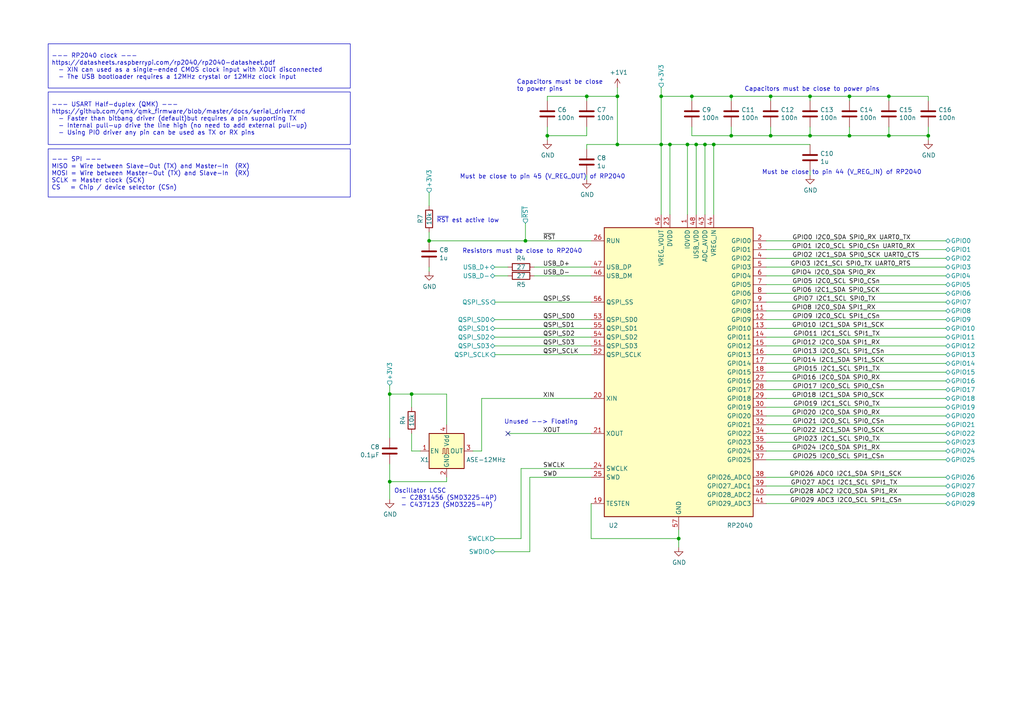
<source format=kicad_sch>
(kicad_sch (version 20230121) (generator eeschema)
  (paper "A4")
  (title_block (title "RP2040") (date "2023-06-10"))
  (lib_symbols
    (symbol "Device:C" (pin_numbers hide) (pin_names (offset 0.254))
      (property "Reference" "C" (at 0.635 2.54 0))
      (property "Value" "C" (at 0.635 -2.54 0))
      (symbol "C_0_1"
        (polyline (pts (xy -2.032 -0.762) (xy 2.032 -0.762)) (stroke (width 0.508)))
        (polyline (pts (xy -2.032 0.762) (xy 2.032 0.762)) (stroke (width 0.508)))
      )
      (symbol "C_1_1"
        (pin passive line (at 0 3.81 270) (length 2.794) (name "~") (number "1"))
        (pin passive line (at 0 -3.81 90) (length 2.794) (name "~") (number "2"))
      )
    )
    (symbol "Device:R" (pin_numbers hide) (pin_names (offset 0))
      (property "Reference" "R" (at 2.032 0 90))
      (property "Value" "R" (at 0 0 90))
      (symbol "R_0_1"
        (rectangle (start -1.016 -2.54) (end 1.016 2.54) (stroke (width 0.254)))
      )
      (symbol "R_1_1"
        (pin passive line (at 0 3.81 270) (length 1.27) (name "~") (number "1"))
        (pin passive line (at 0 -3.81 90) (length 1.27) (name "~") (number "2"))
      )
    )
    (symbol "MCU_RaspberryPi:RP2040"
      (property "Reference" "U" (at 17.78 45.72 0))
      (property "Value" "RP2040" (at 17.78 43.18 0))
      (symbol "RP2040_0_1"
        (rectangle (start -21.59 41.91) (end 21.59 -41.91) (stroke (width 0.254)) (fill (type background)))
      )
      (symbol "RP2040_1_1"
        (pin power_in line (at 2.54 45.72 270) (length 3.81) (name "IOVDD") (number "1"))
        (pin passive line (at 2.54 45.72 270) (length 3.81) hide (name "IOVDD") (number "10"))
        (pin bidirectional line (at 25.4 17.78 180) (length 3.81) (name "GPIO8") (number "11"))
        (pin bidirectional line (at 25.4 15.24 180) (length 3.81) (name "GPIO9") (number "12"))
        (pin bidirectional line (at 25.4 12.7 180) (length 3.81) (name "GPIO10") (number "13"))
        (pin bidirectional line (at 25.4 10.16 180) (length 3.81) (name "GPIO11") (number "14"))
        (pin bidirectional line (at 25.4 7.62 180) (length 3.81) (name "GPIO12") (number "15"))
        (pin bidirectional line (at 25.4 5.08 180) (length 3.81) (name "GPIO13") (number "16"))
        (pin bidirectional line (at 25.4 2.54 180) (length 3.81) (name "GPIO14") (number "17"))
        (pin bidirectional line (at 25.4 0 180) (length 3.81) (name "GPIO15") (number "18"))
        (pin input line (at -25.4 -38.1 0) (length 3.81) (name "TESTEN") (number "19"))
        (pin bidirectional line (at 25.4 38.1 180) (length 3.81) (name "GPIO0") (number "2"))
        (pin input line (at -25.4 -7.62 0) (length 3.81) (name "XIN") (number "20"))
        (pin passive line (at -25.4 -17.78 0) (length 3.81) (name "XOUT") (number "21"))
        (pin passive line (at 2.54 45.72 270) (length 3.81) hide (name "IOVDD") (number "22"))
        (pin power_in line (at -2.54 45.72 270) (length 3.81) (name "DVDD") (number "23"))
        (pin input line (at -25.4 -27.94 0) (length 3.81) (name "SWCLK") (number "24"))
        (pin bidirectional line (at -25.4 -30.48 0) (length 3.81) (name "SWD") (number "25"))
        (pin input line (at -25.4 38.1 0) (length 3.81) (name "RUN") (number "26"))
        (pin bidirectional line (at 25.4 -2.54 180) (length 3.81) (name "GPIO16") (number "27"))
        (pin bidirectional line (at 25.4 -5.08 180) (length 3.81) (name "GPIO17") (number "28"))
        (pin bidirectional line (at 25.4 -7.62 180) (length 3.81) (name "GPIO18") (number "29"))
        (pin bidirectional line (at 25.4 35.56 180) (length 3.81) (name "GPIO1") (number "3"))
        (pin bidirectional line (at 25.4 -10.16 180) (length 3.81) (name "GPIO19") (number "30"))
        (pin bidirectional line (at 25.4 -12.7 180) (length 3.81) (name "GPIO20") (number "31"))
        (pin bidirectional line (at 25.4 -15.24 180) (length 3.81) (name "GPIO21") (number "32"))
        (pin passive line (at 2.54 45.72 270) (length 3.81) hide (name "IOVDD") (number "33"))
        (pin bidirectional line (at 25.4 -17.78 180) (length 3.81) (name "GPIO22") (number "34"))
        (pin bidirectional line (at 25.4 -20.32 180) (length 3.81) (name "GPIO23") (number "35"))
        (pin bidirectional line (at 25.4 -22.86 180) (length 3.81) (name "GPIO24") (number "36"))
        (pin bidirectional line (at 25.4 -25.4 180) (length 3.81) (name "GPIO25") (number "37"))
        (pin bidirectional line (at 25.4 -30.48 180) (length 3.81) (name "GPIO26_ADC0") (number "38"))
        (pin bidirectional line (at 25.4 -33.02 180) (length 3.81) (name "GPIO27_ADC1") (number "39"))
        (pin bidirectional line (at 25.4 33.02 180) (length 3.81) (name "GPIO2") (number "4"))
        (pin bidirectional line (at 25.4 -35.56 180) (length 3.81) (name "GPIO28_ADC2") (number "40"))
        (pin bidirectional line (at 25.4 -38.1 180) (length 3.81) (name "GPIO29_ADC3") (number "41"))
        (pin passive line (at 2.54 45.72 270) (length 3.81) hide (name "IOVDD") (number "42"))
        (pin power_in line (at 7.62 45.72 270) (length 3.81) (name "ADC_AVDD") (number "43"))
        (pin power_in line (at 10.16 45.72 270) (length 3.81) (name "VREG_IN") (number "44"))
        (pin power_out line (at -5.08 45.72 270) (length 3.81) (name "VREG_VOUT") (number "45"))
        (pin bidirectional line (at -25.4 27.94 0) (length 3.81) (name "USB_DM") (number "46"))
        (pin bidirectional line (at -25.4 30.48 0) (length 3.81) (name "USB_DP") (number "47"))
        (pin power_in line (at 5.08 45.72 270) (length 3.81) (name "USB_VDD") (number "48"))
        (pin passive line (at 2.54 45.72 270) (length 3.81) hide (name "IOVDD") (number "49"))
        (pin bidirectional line (at 25.4 30.48 180) (length 3.81) (name "GPIO3") (number "5"))
        (pin passive line (at -2.54 45.72 270) (length 3.81) hide (name "DVDD") (number "50"))
        (pin bidirectional line (at -25.4 7.62 0) (length 3.81) (name "QSPI_SD3") (number "51"))
        (pin output line (at -25.4 5.08 0) (length 3.81) (name "QSPI_SCLK") (number "52"))
        (pin bidirectional line (at -25.4 15.24 0) (length 3.81) (name "QSPI_SD0") (number "53"))
        (pin bidirectional line (at -25.4 10.16 0) (length 3.81) (name "QSPI_SD2") (number "54"))
        (pin bidirectional line (at -25.4 12.7 0) (length 3.81) (name "QSPI_SD1") (number "55"))
        (pin bidirectional line (at -25.4 20.32 0) (length 3.81) (name "QSPI_SS") (number "56"))
        (pin power_in line (at 0 -45.72 90) (length 3.81) (name "GND") (number "57"))
        (pin bidirectional line (at 25.4 27.94 180) (length 3.81) (name "GPIO4") (number "6"))
        (pin bidirectional line (at 25.4 25.4 180) (length 3.81) (name "GPIO5") (number "7"))
        (pin bidirectional line (at 25.4 22.86 180) (length 3.81) (name "GPIO6") (number "8"))
        (pin bidirectional line (at 25.4 20.32 180) (length 3.81) (name "GPIO7") (number "9"))
      )
    )
    (symbol "Oscillator:ASE-xxxMHz" (pin_names (offset 0.254))
      (property "Reference" "X" (at -5.08 6.35 0))
      (property "Value" "ASE-xxxMHz" (at 1.27 -6.35 0))
      (symbol "ASE-xxxMHz_0_1"
        (rectangle (start -5.08 5.08) (end 5.08 -5.08) (stroke (width 0.254)) (fill (type background)))
        (polyline (pts (xy -1.27 -0.762) (xy -1.016 -0.762) (xy -1.016 0.762) (xy -0.508 0.762) (xy -0.508 -0.762) (xy 0 -0.762) (xy 0 0.762) (xy 0.508 0.762) (xy 0.508 -0.762) (xy 0.762 -0.762)))
      )
      (symbol "ASE-xxxMHz_1_1"
        (pin input line (at -7.62 0 0) (length 2.54) (name "EN") (number "1"))
        (pin power_in line (at 0 -7.62 90) (length 2.54) (name "GND") (number "2"))
        (pin output line (at 7.62 0 180) (length 2.54) (name "OUT") (number "3"))
        (pin power_in line (at 0 7.62 270) (length 2.54) (name "Vdd") (number "4"))
      )
    )
    (symbol "power:+1V1" (power) (pin_names (offset 0))
      (property "Value" "+1V1" (at 0 3.556 0))
      (symbol "+1V1_0_1"
        (polyline (pts (xy -0.762 1.27) (xy 0 2.54)))
        (polyline (pts (xy 0 0) (xy 0 2.54)))
        (polyline (pts (xy 0 2.54) (xy 0.762 1.27)))
      )
      (symbol "+1V1_1_1"
        (pin power_in line (at 0 0 90) (length 0) hide (name "+1V1") (number "1"))
      )
    )
    (symbol "power:GND" (power) (pin_names (offset 0))
      (property "Value" "GND" (at 0 -3.81 0))
      (symbol "GND_0_1"
        (polyline (pts (xy 0 0) (xy 0 -1.27) (xy 1.27 -1.27) (xy 0 -2.54) (xy -1.27 -1.27) (xy 0 -1.27)))
      )
      (symbol "GND_1_1"
        (pin power_in line (at 0 0 270) (length 0) hide (name "GND") (number "1"))
      )
    )
  )
  (junction (at 158.75 39.37))
  (junction (at 269.24 39.37))
  (junction (at 191.77 41.91))
  (junction (at 194.31 41.91))
  (junction (at 152.4 69.85))
  (junction (at 234.95 39.37))
  (junction (at 170.18 27.94))
  (junction (at 246.38 39.37))
  (junction (at 234.95 27.94))
  (junction (at 212.09 27.94))
  (junction (at 257.81 39.37))
  (junction (at 179.07 27.94))
  (junction (at 200.66 27.94))
  (junction (at 246.38 27.94))
  (junction (at 113.03 139.7))
  (junction (at 199.39 41.91))
  (junction (at 204.47 41.91))
  (junction (at 223.52 27.94))
  (junction (at 212.09 39.37))
  (junction (at 113.03 114.3))
  (junction (at 179.07 41.91))
  (junction (at 201.93 41.91))
  (junction (at 207.01 41.91))
  (junction (at 196.85 156.21))
  (junction (at 223.52 39.37))
  (junction (at 119.38 114.3))
  (junction (at 124.46 69.85))
  (junction (at 191.77 27.94))
  (junction (at 257.81 27.94))
  (no_connect (at 147.32 125.73))
  (wire (pts (xy 204.47 41.91) (xy 201.93 41.91)))
  (wire (pts (xy 257.81 27.94) (xy 269.24 27.94)))
  (wire (pts (xy 170.18 29.21) (xy 170.18 27.94)))
  (wire (pts (xy 158.75 36.83) (xy 158.75 39.37)))
  (wire (pts (xy 139.7 115.57) (xy 171.45 115.57)))
  (wire (pts (xy 147.32 125.73) (xy 171.45 125.73)))
  (wire (pts (xy 212.09 29.21) (xy 212.09 27.94)))
  (wire (pts (xy 222.25 120.65) (xy 274.32 120.65)))
  (wire (pts (xy 222.25 115.57) (xy 274.32 115.57)))
  (wire (pts (xy 129.54 138.43) (xy 129.54 139.7)))
  (wire (pts (xy 143.51 87.63) (xy 171.45 87.63)))
  (wire (pts (xy 191.77 27.94) (xy 200.66 27.94)))
  (wire (pts (xy 158.75 39.37) (xy 170.18 39.37)))
  (wire (pts (xy 222.25 85.09) (xy 274.32 85.09)))
  (wire (pts (xy 200.66 27.94) (xy 212.09 27.94)))
  (wire (pts (xy 171.45 156.21) (xy 196.85 156.21)))
  (wire (pts (xy 246.38 36.83) (xy 246.38 39.37)))
  (wire (pts (xy 124.46 67.31) (xy 124.46 69.85)))
  (wire (pts (xy 201.93 41.91) (xy 199.39 41.91)))
  (wire (pts (xy 222.25 90.17) (xy 274.32 90.17)))
  (wire (pts (xy 222.25 128.27) (xy 274.32 128.27)))
  (wire (pts (xy 124.46 69.85) (xy 152.4 69.85)))
  (wire (pts (xy 223.52 36.83) (xy 223.52 39.37)))
  (wire (pts (xy 158.75 40.64) (xy 158.75 39.37)))
  (wire (pts (xy 201.93 41.91) (xy 201.93 62.23)))
  (wire (pts (xy 124.46 78.74) (xy 124.46 77.47)))
  (wire (pts (xy 222.25 113.03) (xy 274.32 113.03)))
  (wire (pts (xy 222.25 123.19) (xy 274.32 123.19)))
  (wire (pts (xy 199.39 41.91) (xy 199.39 62.23)))
  (wire (pts (xy 119.38 114.3) (xy 119.38 118.11)))
  (wire (pts (xy 179.07 41.91) (xy 191.77 41.91)))
  (wire (pts (xy 113.03 134.62) (xy 113.03 139.7)))
  (wire (pts (xy 152.4 64.77) (xy 152.4 69.85)))
  (wire (pts (xy 154.94 80.01) (xy 171.45 80.01)))
  (wire (pts (xy 158.75 27.94) (xy 170.18 27.94)))
  (wire (pts (xy 234.95 27.94) (xy 246.38 27.94)))
  (wire (pts (xy 207.01 41.91) (xy 234.95 41.91)))
  (wire (pts (xy 113.03 114.3) (xy 119.38 114.3)))
  (wire (pts (xy 153.67 160.02) (xy 153.67 138.43)))
  (wire (pts (xy 234.95 49.53) (xy 234.95 50.8)))
  (wire (pts (xy 151.13 135.89) (xy 171.45 135.89)))
  (wire (pts (xy 143.51 77.47) (xy 147.32 77.47)))
  (wire (pts (xy 222.25 143.51) (xy 274.32 143.51)))
  (wire (pts (xy 170.18 41.91) (xy 179.07 41.91)))
  (wire (pts (xy 212.09 36.83) (xy 212.09 39.37)))
  (wire (pts (xy 234.95 39.37) (xy 223.52 39.37)))
  (wire (pts (xy 179.07 25.4) (xy 179.07 27.94)))
  (wire (pts (xy 143.51 102.87) (xy 171.45 102.87)))
  (wire (pts (xy 222.25 133.35) (xy 274.32 133.35)))
  (wire (pts (xy 222.25 125.73) (xy 274.32 125.73)))
  (wire (pts (xy 143.51 92.71) (xy 171.45 92.71)))
  (wire (pts (xy 222.25 97.79) (xy 274.32 97.79)))
  (wire (pts (xy 170.18 50.8) (xy 170.18 52.07)))
  (wire (pts (xy 200.66 29.21) (xy 200.66 27.94)))
  (wire (pts (xy 129.54 114.3) (xy 129.54 123.19)))
  (wire (pts (xy 223.52 39.37) (xy 212.09 39.37)))
  (wire (pts (xy 191.77 25.4) (xy 191.77 27.94)))
  (wire (pts (xy 222.25 77.47) (xy 274.32 77.47)))
  (wire (pts (xy 196.85 153.67) (xy 196.85 156.21)))
  (wire (pts (xy 222.25 74.93) (xy 274.32 74.93)))
  (wire (pts (xy 223.52 29.21) (xy 223.52 27.94)))
  (wire (pts (xy 212.09 39.37) (xy 200.66 39.37)))
  (wire (pts (xy 222.25 72.39) (xy 274.32 72.39)))
  (wire (pts (xy 143.51 100.33) (xy 171.45 100.33)))
  (wire (pts (xy 222.25 105.41) (xy 274.32 105.41)))
  (wire (pts (xy 212.09 27.94) (xy 223.52 27.94)))
  (wire (pts (xy 139.7 130.81) (xy 137.16 130.81)))
  (wire (pts (xy 121.92 130.81) (xy 119.38 130.81)))
  (wire (pts (xy 246.38 27.94) (xy 257.81 27.94)))
  (wire (pts (xy 222.25 102.87) (xy 274.32 102.87)))
  (wire (pts (xy 222.25 140.97) (xy 274.32 140.97)))
  (wire (pts (xy 257.81 36.83) (xy 257.81 39.37)))
  (wire (pts (xy 151.13 135.89) (xy 151.13 156.21)))
  (wire (pts (xy 269.24 39.37) (xy 269.24 40.64)))
  (wire (pts (xy 119.38 130.81) (xy 119.38 125.73)))
  (wire (pts (xy 191.77 41.91) (xy 191.77 62.23)))
  (wire (pts (xy 222.25 87.63) (xy 274.32 87.63)))
  (wire (pts (xy 194.31 41.91) (xy 199.39 41.91)))
  (wire (pts (xy 170.18 39.37) (xy 170.18 36.83)))
  (wire (pts (xy 207.01 41.91) (xy 207.01 62.23)))
  (wire (pts (xy 257.81 29.21) (xy 257.81 27.94)))
  (wire (pts (xy 124.46 55.88) (xy 124.46 59.69)))
  (wire (pts (xy 246.38 39.37) (xy 234.95 39.37)))
  (wire (pts (xy 113.03 114.3) (xy 113.03 127)))
  (wire (pts (xy 222.25 110.49) (xy 274.32 110.49)))
  (wire (pts (xy 222.25 118.11) (xy 274.32 118.11)))
  (wire (pts (xy 223.52 27.94) (xy 234.95 27.94)))
  (wire (pts (xy 246.38 29.21) (xy 246.38 27.94)))
  (wire (pts (xy 154.94 77.47) (xy 171.45 77.47)))
  (wire (pts (xy 222.25 69.85) (xy 274.32 69.85)))
  (wire (pts (xy 143.51 97.79) (xy 171.45 97.79)))
  (wire (pts (xy 194.31 62.23) (xy 194.31 41.91)))
  (wire (pts (xy 257.81 39.37) (xy 269.24 39.37)))
  (wire (pts (xy 234.95 36.83) (xy 234.95 39.37)))
  (wire (pts (xy 196.85 158.75) (xy 196.85 156.21)))
  (wire (pts (xy 171.45 156.21) (xy 171.45 146.05)))
  (wire (pts (xy 143.51 95.25) (xy 171.45 95.25)))
  (wire (pts (xy 191.77 27.94) (xy 191.77 41.91)))
  (wire (pts (xy 170.18 27.94) (xy 179.07 27.94)))
  (wire (pts (xy 158.75 29.21) (xy 158.75 27.94)))
  (wire (pts (xy 222.25 146.05) (xy 274.32 146.05)))
  (wire (pts (xy 113.03 111.76) (xy 113.03 114.3)))
  (wire (pts (xy 222.25 82.55) (xy 274.32 82.55)))
  (wire (pts (xy 143.51 80.01) (xy 147.32 80.01)))
  (wire (pts (xy 207.01 41.91) (xy 204.47 41.91)))
  (wire (pts (xy 139.7 115.57) (xy 139.7 130.81)))
  (wire (pts (xy 257.81 39.37) (xy 246.38 39.37)))
  (wire (pts (xy 269.24 36.83) (xy 269.24 39.37)))
  (wire (pts (xy 143.51 156.21) (xy 151.13 156.21)))
  (wire (pts (xy 269.24 29.21) (xy 269.24 27.94)))
  (wire (pts (xy 222.25 92.71) (xy 274.32 92.71)))
  (wire (pts (xy 113.03 139.7) (xy 113.03 144.78)))
  (wire (pts (xy 204.47 41.91) (xy 204.47 62.23)))
  (wire (pts (xy 191.77 41.91) (xy 194.31 41.91)))
  (wire (pts (xy 153.67 138.43) (xy 171.45 138.43)))
  (wire (pts (xy 222.25 138.43) (xy 274.3135 138.43)))
  (wire (pts (xy 129.54 114.3) (xy 119.38 114.3)))
  (wire (pts (xy 222.25 95.25) (xy 274.32 95.25)))
  (wire (pts (xy 234.95 29.21) (xy 234.95 27.94)))
  (wire (pts (xy 129.54 139.7) (xy 113.03 139.7)))
  (wire (pts (xy 222.25 100.33) (xy 274.32 100.33)))
  (wire (pts (xy 179.07 27.94) (xy 179.07 41.91)))
  (wire (pts (xy 200.66 36.83) (xy 200.66 39.37)))
  (wire (pts (xy 222.25 107.95) (xy 274.32 107.95)))
  (wire (pts (xy 222.25 130.81) (xy 274.32 130.81)))
  (wire (pts (xy 222.25 80.01) (xy 274.32 80.01)))
  (wire (pts (xy 170.18 43.18) (xy 170.18 41.91)))
  (wire (pts (xy 153.67 160.02) (xy 143.51 160.02)))
  (wire (pts (xy 152.4 69.85) (xy 171.45 69.85)))
  (text_box "--- SPI ---\nMISO = Wire between Slave-Out (TX) and Master-In  (RX)\nMOSI = Wire between Master-Out (TX) and Slave-In  (RX)\nSCLK = Master clock (SCK)\nCS   = Chip / device selector (CSn) " (at 13.97 43.18 0) (size 87.63 13.97) (effects (font (size 1.27 1.27)) (justify left)))
  (text_box "--- USART Half-duplex (QMK) ---\nhttps://github.com/qmk/qmk_firmware/blob/master/docs/serial_driver.md\n  - Faster than bitbang driver (default)but requires a pin supporting TX\n  - Internal pull-up drive the line high (no need to add external pull-up)\n  - Using PIO driver any pin can be used as TX or RX pins" (at 13.97 26.67 0) (size 87.63 15.24) (effects (font (size 1.27 1.27)) (justify left)))
  (text_box "--- RP2040 clock ---\nhttps://datasheets.raspberrypi.com/rp2040/rp2040-datasheet.pdf\n  - XIN can used as a single-ended CMOS clock input with XOUT disconnected\n  - The USB bootloader requires a 12MHz crystal or 12MHz clock input" (at 13.97 12.7 0) (size 87.63 12.843) (effects (font (size 1.27 1.27)) (justify left)))
  (text "Must be close to pin 45 (V_REG_OUT) of RP2040" (at 133.35 52.07 0) (effects (font (size 1.27 1.27)) (justify left bottom)))
  (text "~{RST} est active low" (at 144.78 64.77 0) (effects (font (size 1.27 1.27)) (justify right bottom)))
  (text "Oscillator LCSC\n  - C2831456 (SMD3225-4P)\n  - C437123 (SMD3225-4P)" (at 114.3 147.32 0) (effects (font (size 1.27 1.27)) (justify left bottom)))
  (text "Must be close to pin 44 (V_REG_IN) of RP2040" (at 220.98 50.8 0) (effects (font (size 1.27 1.27)) (justify left bottom)))
  (text "Capacitors must be close to power pins" (at 215.9 26.67 0) (effects (font (size 1.27 1.27)) (justify left bottom)))
  (text "Resistors must be close to RP2040" (at 168.91 73.66 0) (effects (font (size 1.27 1.27)) (justify right bottom)))
  (text "Capacitors must be close\nto power pins" (at 149.86 26.67 0) (effects (font (size 1.27 1.27)) (justify left bottom)))
  (text "Unused --> Floating" (at 167.64 123.19 0) (effects (font (size 1.27 1.27)) (justify right bottom)))
  (label "GPIO25 I2C0_SCL SPI1_CSn" (at 256.54 133.35 180))
  (label "GPIO19 I2C1_SCL SPI0_TX" (at 255.27 118.11 180))
  (label "GPIO3 I2C1_SCl SPI0_TX UART0_RTS" (at 264.16 77.47 180))
  (label "GPIO16 I2C0_SDA SPI0_RX" (at 255.27 110.49 180))
  (label "GPIO5 I2C0_SCL SPI0_CSn" (at 255.27 82.55 180))
  (label "GPIO26 ADC0 I2C1_SDA SPI1_SCK" (at 261.62 138.43 180))
  (label "GPIO6 I2C1_SDA SPI0_SCK" (at 255.27 85.09 180))
  (label "USB_D-" (at 157.48 80.01 0))
  (label "GPIO15 I2C1_SCL SPI1_TX" (at 255.27 107.95 180))
  (label "GPIO1 I2C0_SCL SPI0_CSn UART0_RX" (at 265.43 72.39 180))
  (label "QSPI_SD1" (at 157.48 95.25 0))
  (label "~{RST}" (at 157.48 69.85 0))
  (label "GPIO27 ADC1 I2C1_SCL SPI1_TX" (at 260.35 140.97 180))
  (label "GPIO14 I2C1_SDA SPI1_SCK" (at 256.54 105.41 180))
  (label "GPIO11 I2C1_SCL SPI1_TX" (at 255.27 97.79 180))
  (label "SWD" (at 157.48 138.43 0))
  (label "QSPI_SD2" (at 157.48 97.79 0))
  (label "GPIO12 I2C0_SDA SPI1_RX" (at 255.27 100.33 180))
  (label "GPIO20 I2C0_SDA SPI0_RX" (at 255.27 120.65 180))
  (label "QSPI_SS" (at 157.48 87.63 0))
  (label "GPIO4 I2C0_SDA SPIO_RX" (at 254 80.01 180))
  (label "GPIO9 I2C0_SCL SPI1_CSn" (at 255.27 92.71 180))
  (label "GPIO22 I2C1_SDA SPI0_SCK" (at 256.54 125.73 180))
  (label "GPIO8 I2C0_SDA SPI1_RX" (at 254 90.17 180))
  (label "GPIO23 I2C1_SCL SPI0_TX" (at 255.27 128.27 180))
  (label "GPIO13 I2C0_SCL SPI1_CSn" (at 256.54 102.87 180))
  (label "QSPI_SCLK" (at 157.48 102.87 0))
  (label "USB_D+" (at 157.48 77.47 0))
  (label "GPIO24 I2C0_SDA SPI1_RX" (at 255.27 130.81 180))
  (label "QSPI_SD0" (at 157.48 92.71 0))
  (label "XIN" (at 157.48 115.57 0))
  (label "GPIO2 I2C1_SDA SPI0_SCK UART0_CTS" (at 266.7 74.93 180))
  (label "GPIO17 I2C0_SCL SPI0_CSn" (at 256.54 113.03 180))
  (label "GPIO0 I2C0_SDA SPI0_RX UART0_TX" (at 264.16 69.85 180))
  (label "GPIO18 I2C1_SDA SPI0_SCK" (at 256.54 115.57 180))
  (label "GPIO10 I2C1_SDA SPI1_SCK" (at 256.54 95.25 180))
  (label "SWCLK" (at 157.48 135.89 0))
  (label "QSPI_SD3" (at 157.48 100.33 0))
  (label "GPIO29 ADC3 I2C0_SCL SPI1_CSn" (at 261.62 146.05 180))
  (label "GPIO28 ADC2 I2C0_SDA SPI1_RX" (at 260.35 143.51 180))
  (label "XOUT" (at 157.48 125.73 0))
  (label "GPIO7 I2C1_SCL SPI0_TX" (at 254 87.63 180))
  (label "GPIO21 I2C0_SCL SPI0_CSn" (at 256.54 123.19 180))
  (hierarchical_label "GPIO8" (shape bidirectional) (at 274.32 90.17 0))
  (hierarchical_label "GPIO29" (shape bidirectional) (at 274.32 146.05 0))
  (hierarchical_label "GPIO27" (shape bidirectional) (at 274.32 140.97 0))
  (hierarchical_label "GPIO9" (shape bidirectional) (at 274.32 92.71 0))
  (hierarchical_label "GPI04" (shape bidirectional) (at 274.32 80.01 0))
  (hierarchical_label "GPIO18" (shape bidirectional) (at 274.32 115.57 0))
  (hierarchical_label "GPIO7" (shape bidirectional) (at 274.32 87.63 0))
  (hierarchical_label "SWCLK" (shape input) (at 143.51 156.21 180))
  (hierarchical_label "GPIO20" (shape bidirectional) (at 274.32 120.65 0))
  (hierarchical_label "GPIO15" (shape bidirectional) (at 274.32 107.95 0))
  (hierarchical_label "GPIO28" (shape bidirectional) (at 274.32 143.51 0))
  (hierarchical_label "USB_D+" (shape bidirectional) (at 143.51 77.47 180))
  (hierarchical_label "GPIO10" (shape bidirectional) (at 274.32 95.25 0))
  (hierarchical_label "QSPI_SD1" (shape bidirectional) (at 143.51 95.25 180))
  (hierarchical_label "GPIO23" (shape bidirectional) (at 274.32 128.27 0))
  (hierarchical_label "QSPI_SD0" (shape bidirectional) (at 143.51 92.71 180))
  (hierarchical_label "GPIO19" (shape bidirectional) (at 274.32 118.11 0))
  (hierarchical_label "GPIO14" (shape bidirectional) (at 274.32 105.41 0))
  (hierarchical_label "GPIO3" (shape bidirectional) (at 274.32 77.47 0))
  (hierarchical_label "GPIO21" (shape bidirectional) (at 274.32 123.19 0))
  (hierarchical_label "GPIO22" (shape bidirectional) (at 274.32 125.73 0))
  (hierarchical_label "GPIO25" (shape bidirectional) (at 274.32 133.35 0))
  (hierarchical_label "GPIO6" (shape bidirectional) (at 274.32 85.09 0))
  (hierarchical_label "QSPI_SD3" (shape bidirectional) (at 143.51 100.33 180))
  (hierarchical_label "GPIO16" (shape bidirectional) (at 274.32 110.49 0))
  (hierarchical_label "GPIO24" (shape bidirectional) (at 274.32 130.81 0))
  (hierarchical_label "GPIO17" (shape bidirectional) (at 274.32 113.03 0))
  (hierarchical_label "+3V3" (shape input) (at 113.03 111.76 90))
  (hierarchical_label "GPIO13" (shape bidirectional) (at 274.32 102.87 0))
  (hierarchical_label "~{RST}" (shape input) (at 152.4 64.77 90))
  (hierarchical_label "GPIO0" (shape bidirectional) (at 274.32 69.85 0))
  (hierarchical_label "QSPI_SD2" (shape bidirectional) (at 143.51 97.79 180))
  (hierarchical_label "USB_D-" (shape bidirectional) (at 143.51 80.01 180))
  (hierarchical_label "SWDIO" (shape bidirectional) (at 143.51 160.02 180))
  (hierarchical_label "GPIO2" (shape bidirectional) (at 274.32 74.93 0))
  (hierarchical_label "QSPI_SCLK" (shape output) (at 143.51 102.87 180))
  (hierarchical_label "GPIO1" (shape bidirectional) (at 274.32 72.39 0))
  (hierarchical_label "GPIO12" (shape bidirectional) (at 274.32 100.33 0))
  (hierarchical_label "GPI05" (shape bidirectional) (at 274.32 82.55 0))
  (hierarchical_label "GPIO11" (shape bidirectional) (at 274.32 97.79 0))
  (hierarchical_label "GPIO26" (shape bidirectional) (at 274.3135 138.43 0))
  (hierarchical_label "+3V3" (shape input) (at 191.77 25.4 90))
  (hierarchical_label "QSPI_SS" (shape output) (at 143.51 87.63 180))
  (hierarchical_label "+3V3" (shape input) (at 124.46 55.88 90))
  (symbol (lib_id "power:+1V1") (at 179.07 25.4 0) (unit 1)
    (property "Reference" "#PWR014" (effects hide))
    (property "Value" "+1V1" (at 179.451 21.0058 0))
    (instances (project "RP2040_minimal" (path "" (reference "#PWR014") (unit 1))) (project "Echinos" (path "" (reference "#PWR019") (unit 1)) (path "" (reference "#PWR09") (unit 1))))
  )
  (symbol (lib_id "Device:C") (at 234.95 45.72 0) (unit 1)
    (property "Reference" "C10" (at 237.871 44.5516 0) (effects (justify left)))
    (property "Value" "1u" (at 237.871 46.863 0) (effects (justify left)))
    (property "Footprint" "Capacitor_SMD:C_0402_1005Metric" (effects hide))
    (property "LCSC" "C19666" (effects hide))
    (instances (project "RP2040_minimal" (path "" (reference "C10") (unit 1))) (project "Echinos" (path "" (reference "C16") (unit 1)) (path "" (reference "C10") (unit 1))))
  )
  (symbol (lib_id "Device:R") (at 124.46 63.5 0) (unit 1)
    (property "Reference" "R7" (at 121.92 63.5 90))
    (property "Value" "10k" (at 124.46 63.5 90))
    (property "Footprint" "Resistor_SMD:R_0402_1005Metric" (effects hide))
    (property "LCSC" "C25744" (effects hide))
    (instances (project "Echinos" (path "" (reference "R7") (unit 1)) (path "" (reference "R3") (unit 1))) (project "dilemma" (path "" (reference "R6") (unit 1))))
  )
  (symbol (lib_id "power:GND") (at 269.24 40.64 0) (unit 1)
    (property "Reference" "#PWR023" (effects hide))
    (property "Value" "GND" (at 269.367 45.0342 0))
    (instances (project "RP2040_minimal" (path "" (reference "#PWR023") (unit 1))) (project "Echinos" (path "" (reference "#PWR024") (unit 1)) (path "" (reference "#PWR012") (unit 1))))
  )
  (symbol (lib_id "Device:C") (at 113.03 130.81 0) (mirror y) (unit 1)
    (property "Reference" "C8" (at 110.109 129.6416 0) (effects (justify left)))
    (property "Value" "0.1µF" (at 110.109 131.953 0) (effects (justify left)))
    (property "Footprint" "Capacitor_SMD:C_0402_1005Metric" (effects hide))
    (property "LCSC" "TODO" (effects hide))
    (instances (project "RP2040_minimal" (path "" (reference "C8") (unit 1))) (project "Echinos" (path "" (reference "C14") (unit 1)) (path "" (reference "C1") (unit 1))))
  )
  (symbol (lib_id "Device:C") (at 223.52 33.02 0) (unit 1)
    (property "Reference" "C12" (at 226.441 31.8516 0) (effects (justify left)))
    (property "Value" "100n" (at 226.441 34.163 0) (effects (justify left)))
    (property "Footprint" "Capacitor_SMD:C_0402_1005Metric" (effects hide))
    (property "LCSC" "C1525" (effects hide))
    (instances (project "RP2040_minimal" (path "" (reference "C12") (unit 1))) (project "Echinos" (path "" (reference "C18") (unit 1)) (path "" (reference "C8") (unit 1))))
  )
  (symbol (lib_id "Device:C") (at 212.09 33.02 0) (unit 1)
    (property "Reference" "C11" (at 215.011 31.8516 0) (effects (justify left)))
    (property "Value" "100n" (at 215.011 34.163 0) (effects (justify left)))
    (property "Footprint" "Capacitor_SMD:C_0402_1005Metric" (effects hide))
    (property "LCSC" "C1525" (effects hide))
    (instances (project "RP2040_minimal" (path "" (reference "C11") (unit 1))) (project "Echinos" (path "" (reference "C17") (unit 1)) (path "" (reference "C7") (unit 1))))
  )
  (symbol (lib_id "Device:C") (at 124.46 73.66 0) (unit 1)
    (property "Reference" "C8" (at 127.381 72.4916 0) (effects (justify left)))
    (property "Value" "1u" (at 127.381 74.803 0) (effects (justify left)))
    (property "Footprint" "Capacitor_SMD:C_0402_1005Metric" (effects hide))
    (property "LCSC" "C19666" (effects hide))
    (instances (project "RP2040_minimal" (path "" (reference "C8") (unit 1))) (project "Echinos" (path "" (reference "C14") (unit 1)) (path "" (reference "C2") (unit 1))))
  )
  (symbol (lib_id "power:GND") (at 196.85 158.75 0) (unit 1)
    (property "Reference" "#PWR016" (effects hide))
    (property "Value" "GND" (at 196.977 163.1442 0))
    (instances (project "RP2040_minimal" (path "" (reference "#PWR016") (unit 1))) (project "Echinos" (path "" (reference "#PWR021") (unit 1)) (path "" (reference "#PWR010") (unit 1))))
  )
  (symbol (lib_id "Device:C") (at 170.18 33.02 0) (unit 1)
    (property "Reference" "C7" (at 173.101 31.8516 0) (effects (justify left)))
    (property "Value" "100n" (at 173.101 34.163 0) (effects (justify left)))
    (property "Footprint" "Capacitor_SMD:C_0402_1005Metric" (effects hide))
    (property "LCSC" "C1525" (effects hide))
    (instances (project "RP2040_minimal" (path "" (reference "C7") (unit 1))) (project "Echinos" (path "" (reference "C13") (unit 1)) (path "" (reference "C4") (unit 1))))
  )
  (symbol (lib_id "Device:C") (at 246.38 33.02 0) (unit 1)
    (property "Reference" "C14" (at 249.301 31.8516 0) (effects (justify left)))
    (property "Value" "100n" (at 249.301 34.163 0) (effects (justify left)))
    (property "Footprint" "Capacitor_SMD:C_0402_1005Metric" (effects hide))
    (property "LCSC" "C1525" (effects hide))
    (instances (project "RP2040_minimal" (path "" (reference "C14") (unit 1))) (project "Echinos" (path "" (reference "C20") (unit 1)) (path "" (reference "C11") (unit 1))))
  )
  (symbol (lib_id "Device:C") (at 158.75 33.02 0) (unit 1)
    (property "Reference" "C6" (at 161.671 31.8516 0) (effects (justify left)))
    (property "Value" "100n" (at 161.671 34.163 0) (effects (justify left)))
    (property "Footprint" "Capacitor_SMD:C_0402_1005Metric" (effects hide))
    (property "LCSC" "C1525" (effects hide))
    (instances (project "RP2040_minimal" (path "" (reference "C6") (unit 1))) (project "Echinos" (path "" (reference "C12") (unit 1)) (path "" (reference "C3") (unit 1))))
  )
  (symbol (lib_id "Device:C") (at 234.95 33.02 0) (unit 1)
    (property "Reference" "C13" (at 237.871 31.8516 0) (effects (justify left)))
    (property "Value" "100n" (at 237.871 34.163 0) (effects (justify left)))
    (property "Footprint" "Capacitor_SMD:C_0402_1005Metric" (effects hide))
    (property "LCSC" "C1525" (effects hide))
    (instances (project "RP2040_minimal" (path "" (reference "C13") (unit 1))) (project "Echinos" (path "" (reference "C19") (unit 1)) (path "" (reference "C9") (unit 1))))
  )
  (symbol (lib_id "Device:C") (at 269.24 33.02 0) (unit 1)
    (property "Reference" "C16" (at 272.161 31.8516 0) (effects (justify left)))
    (property "Value" "100n" (at 272.161 34.163 0) (effects (justify left)))
    (property "Footprint" "Capacitor_SMD:C_0402_1005Metric" (effects hide))
    (property "LCSC" "C1525" (effects hide))
    (instances (project "RP2040_minimal" (path "" (reference "C16") (unit 1))) (project "Echinos" (path "" (reference "C22") (unit 1)) (path "" (reference "C13") (unit 1))))
  )
  (symbol (lib_id "power:GND") (at 170.18 52.07 0) (unit 1)
    (property "Reference" "#PWR013" (effects hide))
    (property "Value" "GND" (at 170.307 56.4642 0))
    (instances (project "RP2040_minimal" (path "" (reference "#PWR013") (unit 1))) (project "Echinos" (path "" (reference "#PWR018") (unit 1)) (path "" (reference "#PWR08") (unit 1))))
  )
  (symbol (lib_id "Device:R") (at 151.13 80.01 90) (unit 1)
    (property "Reference" "R5" (at 151.13 82.55 90))
    (property "Value" "27" (at 151.13 80.01 90))
    (property "Footprint" "Resistor_SMD:R_0402_1005Metric" (effects hide))
    (property "LCSC" "C25100" (effects hide))
    (instances (project "Echinos" (path "" (reference "R5") (unit 1))) (project "dilemma" (path "" (reference "R6") (unit 1))))
  )
  (symbol (lib_id "power:GND") (at 234.95 50.8 0) (unit 1)
    (property "Reference" "#PWR018" (effects hide))
    (property "Value" "GND" (at 235.077 55.1942 0))
    (instances (project "RP2040_minimal" (path "" (reference "#PWR018") (unit 1))) (project "Echinos" (path "" (reference "#PWR023") (unit 1)) (path "" (reference "#PWR011") (unit 1))))
  )
  (symbol (lib_id "Device:C") (at 170.18 46.99 0) (unit 1)
    (property "Reference" "C8" (at 173.101 45.8216 0) (effects (justify left)))
    (property "Value" "1u" (at 173.101 48.133 0) (effects (justify left)))
    (property "Footprint" "Capacitor_SMD:C_0402_1005Metric" (effects hide))
    (property "LCSC" "C19666" (effects hide))
    (instances (project "RP2040_minimal" (path "" (reference "C8") (unit 1))) (project "Echinos" (path "" (reference "C14") (unit 1)) (path "" (reference "C5") (unit 1))))
  )
  (symbol (lib_id "Device:R") (at 119.38 121.92 180) (unit 1)
    (property "Reference" "R4" (at 116.84 121.92 90))
    (property "Value" "10k" (at 119.38 121.92 90))
    (property "Footprint" "Resistor_SMD:R_0402_1005Metric" (effects hide))
    (property "LCSC" "C25744" (effects hide))
    (instances (project "Echinos" (path "" (reference "R4") (unit 1)) (path "" (reference "R2") (unit 1))) (project "dilemma" (path "" (reference "R6") (unit 1))))
  )
  (symbol (lib_id "Device:C") (at 257.81 33.02 0) (unit 1)
    (property "Reference" "C15" (at 260.731 31.8516 0) (effects (justify left)))
    (property "Value" "100n" (at 260.731 34.163 0) (effects (justify left)))
    (property "Footprint" "Capacitor_SMD:C_0402_1005Metric" (effects hide))
    (property "LCSC" "C1525" (effects hide))
    (instances (project "RP2040_minimal" (path "" (reference "C15") (unit 1))) (project "Echinos" (path "" (reference "C21") (unit 1)) (path "" (reference "C12") (unit 1))))
  )
  (symbol (lib_id "power:GND") (at 158.75 40.64 0) (unit 1)
    (property "Reference" "#PWR012" (effects hide))
    (property "Value" "GND" (at 158.877 45.0342 0))
    (instances (project "RP2040_minimal" (path "" (reference "#PWR012") (unit 1))) (project "Echinos" (path "" (reference "#PWR017") (unit 1)) (path "" (reference "#PWR07") (unit 1))))
  )
  (symbol (lib_id "MCU_RaspberryPi:RP2040") (at 196.85 107.95 0) (unit 1)
    (property "Reference" "U2" (at 176.53 152.4 0) (effects (justify left)))
    (property "Value" "RP2040" (at 210.82 152.4 0) (effects (justify left)))
    (property "Footprint" "Package_DFN_QFN:QFN-56-1EP_7x7mm_P0.4mm_EP3.2x3.2mm" (effects hide))
    (property "Datasheet" "https://datasheets.raspberrypi.com/rp2040/rp2040-datasheet.pdf" (effects hide))
    (property "LCSC" "C2040" (effects hide))
    (instances (project "Echinos" (path "" (reference "U2") (unit 1)) (path "" (reference "U1") (unit 1))))
  )
  (symbol (lib_id "Device:C") (at 200.66 33.02 0) (unit 1)
    (property "Reference" "C9" (at 203.581 31.8516 0) (effects (justify left)))
    (property "Value" "100n" (at 203.581 34.163 0) (effects (justify left)))
    (property "Footprint" "Capacitor_SMD:C_0402_1005Metric" (effects hide))
    (property "LCSC" "C1525" (effects hide))
    (instances (project "RP2040_minimal" (path "" (reference "C9") (unit 1))) (project "Echinos" (path "" (reference "C15") (unit 1)) (path "" (reference "C6") (unit 1))))
  )
  (symbol (lib_id "power:GND") (at 124.46 78.74 0) (unit 1)
    (property "Reference" "#PWR016" (effects hide))
    (property "Value" "GND" (at 124.587 83.1342 0))
    (instances (project "RP2040_minimal" (path "" (reference "#PWR016") (unit 1))) (project "Echinos" (path "" (reference "#PWR021") (unit 1)) (path "" (reference "#PWR06") (unit 1))))
  )
  (symbol (lib_id "power:GND") (at 113.03 144.78 0) (unit 1)
    (property "Reference" "#PWR016" (effects hide))
    (property "Value" "GND" (at 113.157 149.1742 0))
    (instances (project "RP2040_minimal" (path "" (reference "#PWR016") (unit 1))) (project "Echinos" (path "" (reference "#PWR021") (unit 1)) (path "" (reference "#PWR05") (unit 1))))
  )
  (symbol (lib_id "Device:R") (at 151.13 77.47 90) (unit 1)
    (property "Reference" "R4" (at 151.13 74.93 90))
    (property "Value" "27" (at 151.13 77.47 90))
    (property "Footprint" "Resistor_SMD:R_0402_1005Metric" (effects hide))
    (property "LCSC" "C25100" (effects hide))
    (instances (project "Echinos" (path "" (reference "R4") (unit 1))) (project "dilemma" (path "" (reference "R6") (unit 1))))
  )
  (symbol (lib_id "Oscillator:ASE-xxxMHz") (at 129.54 130.81 0) (unit 1)
    (property "Reference" "X1" (at 123.19 133.35 0))
    (property "Value" "ASE-12MHz" (at 140.97 133.35 0))
    (property "Footprint" "Oscillator:Oscillator_SMD_Abracon_ASE-4Pin_3.2x2.5mm_HandSoldering" (effects hide))
    (property "Datasheet" "http://www.abracon.com/Oscillators/ASV.pdf" (effects hide))
    (property "LCSC" "TODO" (effects hide))
  )
)
</source>
